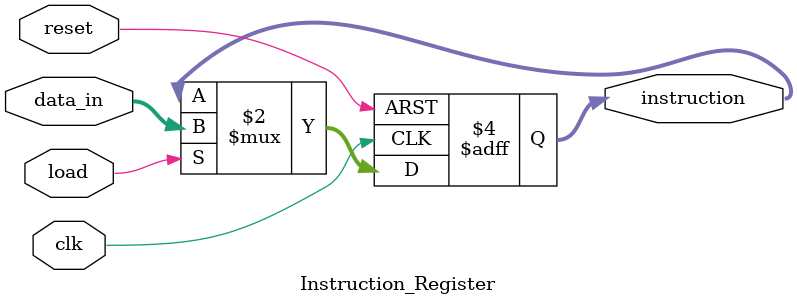
<source format=v>
module Instruction_Register #(
    parameter DATA_WIDTH = 32
)(  
    input clk,
    input reset,
    input load,
    input [DATA_WIDTH-1:0] data_in,
    output reg [DATA_WIDTH-1:0] instruction
);
    always @(posedge clk or posedge reset) begin
        if (reset) 
            instruction <= {DATA_WIDTH{1'b0}}; // Clear instruction on reset
        else if (load) 
            instruction <= data_in; // Load new instruction
    end
endmodule
</source>
